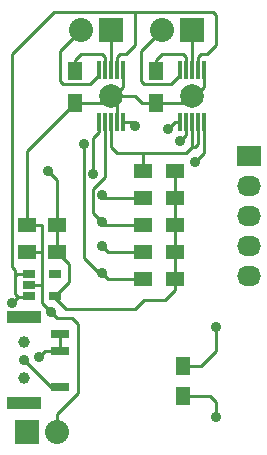
<source format=gbl>
%FSLAX46Y46*%
G04 Gerber Fmt 4.6, Leading zero omitted, Abs format (unit mm)*
G04 Created by KiCad (PCBNEW (2014-jul-16 BZR unknown)-product) date Fri 10 Jul 2015 06:09:48 PM EDT*
%MOMM*%
G01*
G04 APERTURE LIST*
%ADD10C,0.100000*%
%ADD11R,1.250000X1.500000*%
%ADD12R,1.500000X1.250000*%
%ADD13R,2.032000X1.727200*%
%ADD14O,2.032000X1.727200*%
%ADD15R,2.032000X2.032000*%
%ADD16O,2.032000X2.032000*%
%ADD17R,2.999740X1.000760*%
%ADD18R,1.501140X0.701040*%
%ADD19C,1.000760*%
%ADD20R,1.060000X0.650000*%
%ADD21R,0.300000X1.600000*%
%ADD22C,1.998980*%
%ADD23R,1.300000X1.500000*%
%ADD24R,1.500000X1.300000*%
%ADD25C,0.889000*%
%ADD26C,0.254000*%
G04 APERTURE END LIST*
D10*
D11*
X186436000Y-126472000D03*
X186436000Y-123972000D03*
D12*
X175748000Y-114300000D03*
X173248000Y-114300000D03*
X175748000Y-112014000D03*
X173248000Y-112014000D03*
D13*
X192024000Y-106172000D03*
D14*
X192024000Y-108712000D03*
X192024000Y-111252000D03*
X192024000Y-113792000D03*
X192024000Y-116332000D03*
D15*
X173228000Y-129540000D03*
D16*
X175768000Y-129540000D03*
D17*
X172974000Y-127093980D03*
X172974000Y-119794020D03*
D18*
X175973740Y-125694440D03*
X175973740Y-121193560D03*
X175973740Y-122694700D03*
D19*
X172974000Y-124945140D03*
X172974000Y-121942860D03*
D20*
X173398000Y-118044000D03*
X173398000Y-117094000D03*
X173398000Y-116144000D03*
X175598000Y-116144000D03*
X175598000Y-118044000D03*
D21*
X186198000Y-98892000D03*
X186698000Y-98892000D03*
X187198000Y-98892000D03*
X187698000Y-98892000D03*
X188198000Y-98892000D03*
X188198000Y-103292000D03*
X187698000Y-103292000D03*
X187198000Y-103292000D03*
X186698000Y-103292000D03*
X186198000Y-103292000D03*
X179340000Y-98892000D03*
X179840000Y-98892000D03*
X180340000Y-98892000D03*
X180840000Y-98892000D03*
X181340000Y-98892000D03*
X181340000Y-103292000D03*
X180840000Y-103292000D03*
X180340000Y-103292000D03*
X179840000Y-103292000D03*
X179340000Y-103292000D03*
D22*
X187198000Y-101092000D03*
X180340000Y-101092000D03*
D23*
X184150000Y-98980000D03*
X184150000Y-101680000D03*
X177292000Y-98980000D03*
X177292000Y-101680000D03*
D24*
X185754000Y-107442000D03*
X183054000Y-107442000D03*
X185754000Y-109728000D03*
X183054000Y-109728000D03*
X185754000Y-112014000D03*
X183054000Y-112014000D03*
X185754000Y-114300000D03*
X183054000Y-114300000D03*
X185754000Y-116586000D03*
X183054000Y-116586000D03*
D15*
X187198000Y-95504000D03*
D16*
X184658000Y-95504000D03*
D15*
X180340000Y-95504000D03*
D16*
X177800000Y-95504000D03*
D25*
X189230000Y-128270000D03*
X175260000Y-119380000D03*
X189230000Y-120650000D03*
X174244000Y-123190000D03*
X175006000Y-107442000D03*
X185166000Y-103886000D03*
X178816000Y-107696000D03*
X179578000Y-109474000D03*
X186182000Y-104902000D03*
X179578000Y-111760000D03*
X187452000Y-106680000D03*
X179578000Y-113792000D03*
X178054000Y-105156000D03*
X182372000Y-103632000D03*
X179578000Y-116078000D03*
X171958000Y-118618000D03*
X172974000Y-123444000D03*
D26*
X188702000Y-126472000D02*
X186436000Y-126472000D01*
X189230000Y-127000000D02*
X188702000Y-126472000D01*
X189230000Y-128270000D02*
X189230000Y-127000000D01*
X184150000Y-101680000D02*
X182960000Y-101680000D01*
X182372000Y-101092000D02*
X180340000Y-101092000D01*
X182960000Y-101680000D02*
X182372000Y-101092000D01*
X173248000Y-112014000D02*
X173248000Y-105724000D01*
X173248000Y-105724000D02*
X177292000Y-101680000D01*
X180840000Y-103292000D02*
X180840000Y-101592000D01*
X180840000Y-101592000D02*
X180340000Y-101092000D01*
X187198000Y-101092000D02*
X187452000Y-101092000D01*
X187452000Y-101092000D02*
X188198000Y-100346000D01*
X188198000Y-100346000D02*
X188198000Y-98892000D01*
X180340000Y-101092000D02*
X180594000Y-101092000D01*
X180594000Y-101092000D02*
X181340000Y-100346000D01*
X181340000Y-100346000D02*
X181340000Y-98892000D01*
X184150000Y-101680000D02*
X186610000Y-101680000D01*
X186610000Y-101680000D02*
X187198000Y-101092000D01*
X177292000Y-101680000D02*
X179752000Y-101680000D01*
X179752000Y-101680000D02*
X180340000Y-101092000D01*
X174498000Y-117094000D02*
X174498000Y-118618000D01*
X174498000Y-118618000D02*
X175260000Y-119380000D01*
X173248000Y-114300000D02*
X174498000Y-114300000D01*
X173398000Y-117094000D02*
X174498000Y-117094000D01*
X174498000Y-112014000D02*
X173248000Y-112014000D01*
X174498000Y-117094000D02*
X174498000Y-114300000D01*
X174498000Y-114300000D02*
X174498000Y-112014000D01*
X188722000Y-123190000D02*
X189230000Y-122682000D01*
X189230000Y-122682000D02*
X189230000Y-120650000D01*
X186436000Y-123972000D02*
X187940000Y-123972000D01*
X187940000Y-123972000D02*
X188722000Y-123190000D01*
X175768000Y-128016000D02*
X177546000Y-126238000D01*
X177546000Y-126238000D02*
X177546000Y-120396000D01*
X177546000Y-120396000D02*
X177038000Y-119888000D01*
X177038000Y-119888000D02*
X175768000Y-119888000D01*
X175768000Y-119888000D02*
X175260000Y-119380000D01*
X175768000Y-129540000D02*
X175768000Y-128016000D01*
X175973740Y-122694700D02*
X175973740Y-121193560D01*
X174739300Y-122694700D02*
X174244000Y-123190000D01*
X175973740Y-122694700D02*
X174739300Y-122694700D01*
X185754000Y-109728000D02*
X185754000Y-107442000D01*
X185754000Y-112014000D02*
X185754000Y-109728000D01*
X175748000Y-112014000D02*
X175748000Y-108184000D01*
X175748000Y-108184000D02*
X175006000Y-107442000D01*
X175598000Y-118044000D02*
X175598000Y-118194000D01*
X175598000Y-118194000D02*
X176530000Y-119126000D01*
X185754000Y-117522000D02*
X185754000Y-116586000D01*
X184912000Y-118364000D02*
X185754000Y-117522000D01*
X183134000Y-118364000D02*
X184912000Y-118364000D01*
X182372000Y-119126000D02*
X183134000Y-118364000D01*
X176530000Y-119126000D02*
X182372000Y-119126000D01*
X185754000Y-112014000D02*
X185754000Y-114300000D01*
X185754000Y-114300000D02*
X185754000Y-116586000D01*
X175748000Y-114300000D02*
X175768000Y-114300000D01*
X175768000Y-114300000D02*
X176784000Y-115316000D01*
X176784000Y-116858000D02*
X175598000Y-118044000D01*
X176784000Y-115316000D02*
X176784000Y-116858000D01*
X175748000Y-112014000D02*
X175748000Y-114300000D01*
X187198000Y-98892000D02*
X187198000Y-95504000D01*
X186198000Y-98892000D02*
X186198000Y-99298000D01*
X186198000Y-99298000D02*
X185420000Y-100076000D01*
X182880000Y-97282000D02*
X184658000Y-95504000D01*
X182880000Y-99822000D02*
X182880000Y-97282000D01*
X183134000Y-100076000D02*
X182880000Y-99822000D01*
X185420000Y-100076000D02*
X183134000Y-100076000D01*
X186198000Y-98892000D02*
X186198000Y-98314000D01*
X184150000Y-98980000D02*
X184150000Y-98044000D01*
X186698000Y-97798000D02*
X186698000Y-98892000D01*
X186436000Y-97536000D02*
X186698000Y-97798000D01*
X184658000Y-97536000D02*
X186436000Y-97536000D01*
X184150000Y-98044000D02*
X184658000Y-97536000D01*
X177292000Y-98980000D02*
X177292000Y-98044000D01*
X179840000Y-97798000D02*
X179840000Y-98892000D01*
X179578000Y-97536000D02*
X179840000Y-97798000D01*
X177800000Y-97536000D02*
X179578000Y-97536000D01*
X177292000Y-98044000D02*
X177800000Y-97536000D01*
X183054000Y-107442000D02*
X183054000Y-105918000D01*
X183054000Y-105918000D02*
X183134000Y-105918000D01*
X187198000Y-105410000D02*
X187452000Y-105410000D01*
X187698000Y-105164000D02*
X187698000Y-103292000D01*
X187452000Y-105410000D02*
X187698000Y-105164000D01*
X180340000Y-103292000D02*
X180340000Y-105410000D01*
X187198000Y-105410000D02*
X187198000Y-103292000D01*
X186690000Y-105918000D02*
X187198000Y-105410000D01*
X180848000Y-105918000D02*
X183134000Y-105918000D01*
X183134000Y-105918000D02*
X186690000Y-105918000D01*
X180340000Y-105410000D02*
X180848000Y-105918000D01*
X186198000Y-103292000D02*
X185760000Y-103292000D01*
X185760000Y-103292000D02*
X185166000Y-103886000D01*
X179340000Y-104124000D02*
X179340000Y-103292000D01*
X178816000Y-104648000D02*
X179340000Y-104124000D01*
X178816000Y-107696000D02*
X178816000Y-104648000D01*
X179832000Y-109728000D02*
X183054000Y-109728000D01*
X179578000Y-109474000D02*
X179832000Y-109728000D01*
X186698000Y-103292000D02*
X186698000Y-104386000D01*
X186698000Y-104386000D02*
X186182000Y-104902000D01*
X179840000Y-103292000D02*
X179840000Y-107942000D01*
X178816000Y-110998000D02*
X179578000Y-111760000D01*
X178816000Y-108966000D02*
X178816000Y-110998000D01*
X179840000Y-107942000D02*
X178816000Y-108966000D01*
X179832000Y-112014000D02*
X183054000Y-112014000D01*
X179578000Y-111760000D02*
X179832000Y-112014000D01*
X188198000Y-105934000D02*
X188198000Y-103292000D01*
X187452000Y-106680000D02*
X188198000Y-105934000D01*
X180086000Y-114300000D02*
X183054000Y-114300000D01*
X179578000Y-113792000D02*
X180086000Y-114300000D01*
X181340000Y-103292000D02*
X182032000Y-103292000D01*
X179324000Y-116078000D02*
X179578000Y-116078000D01*
X178054000Y-114808000D02*
X179324000Y-116078000D01*
X178054000Y-105156000D02*
X178054000Y-114808000D01*
X182032000Y-103292000D02*
X182372000Y-103632000D01*
X180086000Y-116586000D02*
X183054000Y-116586000D01*
X179578000Y-116078000D02*
X180086000Y-116586000D01*
X172212000Y-116332000D02*
X172212000Y-115824000D01*
X175514000Y-93980000D02*
X182372000Y-93980000D01*
X171958000Y-97536000D02*
X175514000Y-93980000D01*
X171958000Y-115570000D02*
X171958000Y-97536000D01*
X172212000Y-115824000D02*
X171958000Y-115570000D01*
X187698000Y-98892000D02*
X187698000Y-97798000D01*
X187698000Y-97798000D02*
X187960000Y-97536000D01*
X187960000Y-97536000D02*
X188468000Y-97536000D01*
X188468000Y-97536000D02*
X189230000Y-96774000D01*
X189230000Y-96774000D02*
X189230000Y-94234000D01*
X189230000Y-94234000D02*
X188976000Y-93980000D01*
X188976000Y-93980000D02*
X182372000Y-93980000D01*
X180840000Y-97798000D02*
X181102000Y-97536000D01*
X180840000Y-97798000D02*
X180840000Y-98892000D01*
X182372000Y-96774000D02*
X182372000Y-93980000D01*
X181610000Y-97536000D02*
X182372000Y-96774000D01*
X181102000Y-97536000D02*
X181610000Y-97536000D01*
X173398000Y-118044000D02*
X173332000Y-118110000D01*
X173332000Y-118110000D02*
X172466000Y-118110000D01*
X172466000Y-118110000D02*
X172212000Y-117856000D01*
X172212000Y-117856000D02*
X172212000Y-117348000D01*
X172212000Y-117348000D02*
X172212000Y-116332000D01*
X172212000Y-116332000D02*
X172400000Y-116144000D01*
X172400000Y-116144000D02*
X173398000Y-116144000D01*
X171958000Y-118618000D02*
X172466000Y-118110000D01*
X175224440Y-125694440D02*
X172974000Y-123444000D01*
X175973740Y-125694440D02*
X175224440Y-125694440D01*
X180340000Y-98892000D02*
X180340000Y-95504000D01*
X179340000Y-98892000D02*
X179340000Y-99298000D01*
X179340000Y-99298000D02*
X178562000Y-100076000D01*
X176022000Y-97282000D02*
X177800000Y-95504000D01*
X176022000Y-99822000D02*
X176022000Y-97282000D01*
X176276000Y-100076000D02*
X176022000Y-99822000D01*
X178562000Y-100076000D02*
X176276000Y-100076000D01*
X179340000Y-98892000D02*
X179340000Y-98568000D01*
M02*

</source>
